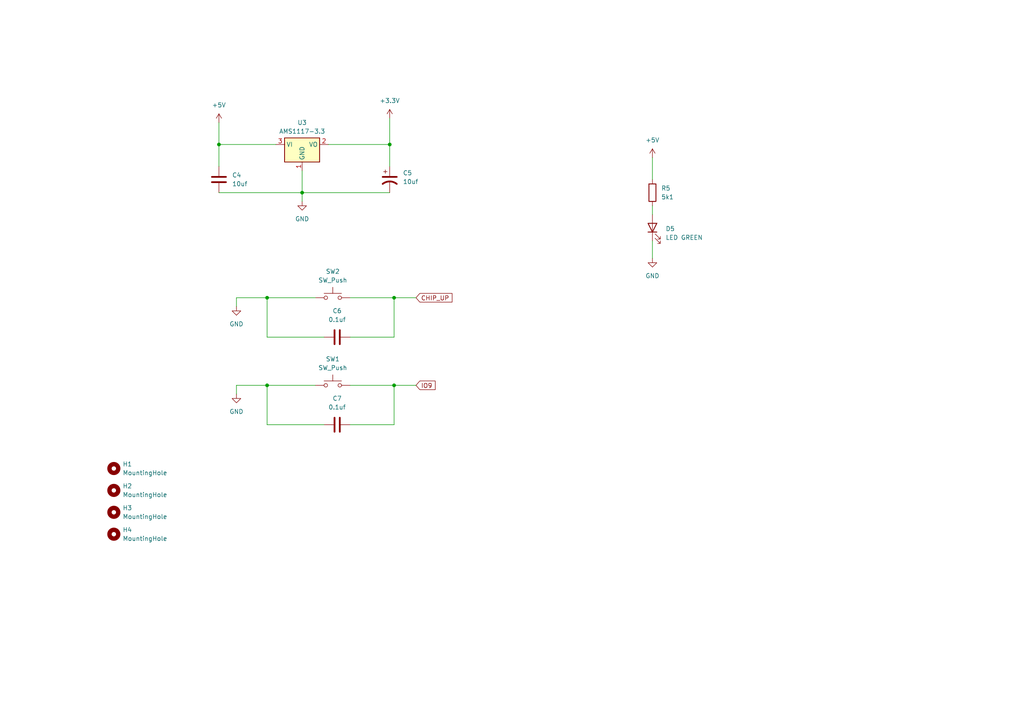
<source format=kicad_sch>
(kicad_sch (version 20230121) (generator eeschema)
  (paper "A4")
  (lib_symbols
    (symbol "Device:C" (pin_numbers hide) (pin_names (offset 0.254))
      (property "Reference" "C" (at 0.635 2.54 0))
      (property "Value" "C" (at 0.635 -2.54 0))
      (symbol "C_0_1"
        (polyline (pts (xy -2.032 -0.762) (xy 2.032 -0.762)) (stroke (width 0.508)))
        (polyline (pts (xy -2.032 0.762) (xy 2.032 0.762)) (stroke (width 0.508)))
      )
      (symbol "C_1_1"
        (pin passive line (at 0 3.81 270) (length 2.794) (name "~") (number "1"))
        (pin passive line (at 0 -3.81 90) (length 2.794) (name "~") (number "2"))
      )
    )
    (symbol "Device:C_Polarized_US" (pin_numbers hide) (pin_names (offset 0.254) hide)
      (property "Reference" "C" (at 0.635 2.54 0))
      (property "Value" "C_Polarized_US" (at 0.635 -2.54 0))
      (symbol "C_Polarized_US_0_1"
        (polyline (pts (xy -2.032 0.762) (xy 2.032 0.762)) (stroke (width 0.508)))
        (polyline (pts (xy -1.778 2.286) (xy -0.762 2.286)))
        (polyline (pts (xy -1.27 1.778) (xy -1.27 2.794)))
        (arc (start 2.032 -1.27) (mid 0 -0.5572) (end -2.032 -1.27) (stroke (width 0.508)))
      )
      (symbol "C_Polarized_US_1_1"
        (pin passive line (at 0 3.81 270) (length 2.794) (name "~") (number "1"))
        (pin passive line (at 0 -3.81 90) (length 3.302) (name "~") (number "2"))
      )
    )
    (symbol "Device:LED" (pin_numbers hide) (pin_names (offset 1.016) hide)
      (property "Reference" "D" (at 0 2.54 0))
      (property "Value" "LED" (at 0 -2.54 0))
      (symbol "LED_0_1"
        (polyline (pts (xy -1.27 -1.27) (xy -1.27 1.27)) (stroke (width 0.254)))
        (polyline (pts (xy -1.27 0) (xy 1.27 0)))
        (polyline (pts (xy 1.27 -1.27) (xy 1.27 1.27) (xy -1.27 0) (xy 1.27 -1.27)) (stroke (width 0.254)))
        (polyline (pts (xy -3.048 -0.762) (xy -4.572 -2.286) (xy -3.81 -2.286) (xy -4.572 -2.286) (xy -4.572 -1.524)))
        (polyline (pts (xy -1.778 -0.762) (xy -3.302 -2.286) (xy -2.54 -2.286) (xy -3.302 -2.286) (xy -3.302 -1.524)))
      )
      (symbol "LED_1_1"
        (pin passive line (at -3.81 0 0) (length 2.54) (name "K") (number "1"))
        (pin passive line (at 3.81 0 180) (length 2.54) (name "A") (number "2"))
      )
    )
    (symbol "Device:R" (pin_numbers hide) (pin_names (offset 0))
      (property "Reference" "R" (at 2.032 0 90))
      (property "Value" "R" (at 0 0 90))
      (symbol "R_0_1"
        (rectangle (start -1.016 -2.54) (end 1.016 2.54) (stroke (width 0.254)))
      )
      (symbol "R_1_1"
        (pin passive line (at 0 3.81 270) (length 1.27) (name "~") (number "1"))
        (pin passive line (at 0 -3.81 90) (length 1.27) (name "~") (number "2"))
      )
    )
    (symbol "Mechanical:MountingHole" (pin_names (offset 1.016))
      (property "Reference" "H" (at 0 5.08 0))
      (property "Value" "MountingHole" (at 0 3.175 0))
      (symbol "MountingHole_0_1"
        (circle (center 0 0) (radius 1.27) (stroke (width 1.27)))
      )
    )
    (symbol "Regulator_Linear:AMS1117-3.3"
      (property "Reference" "U" (at -3.81 3.175 0))
      (property "Value" "AMS1117-3.3" (at 0 3.175 0))
      (symbol "AMS1117-3.3_0_1"
        (rectangle (start -5.08 -5.08) (end 5.08 1.905) (stroke (width 0.254)) (fill (type background)))
      )
      (symbol "AMS1117-3.3_1_1"
        (pin power_in line (at 0 -7.62 90) (length 2.54) (name "GND") (number "1"))
        (pin power_out line (at 7.62 0 180) (length 2.54) (name "VO") (number "2"))
        (pin power_in line (at -7.62 0 0) (length 2.54) (name "VI") (number "3"))
      )
    )
    (symbol "Switch:SW_Push" (pin_numbers hide) (pin_names (offset 1.016) hide)
      (property "Reference" "SW" (at 1.27 2.54 0))
      (property "Value" "SW_Push" (at 0 -1.524 0))
      (symbol "SW_Push_0_1"
        (circle (center -2.032 0) (radius 0.508))
        (polyline (pts (xy 0 1.27) (xy 0 3.048)))
        (polyline (pts (xy 2.54 1.27) (xy -2.54 1.27)))
        (circle (center 2.032 0) (radius 0.508))
        (pin passive line (at -5.08 0 0) (length 2.54) (name "1") (number "1"))
        (pin passive line (at 5.08 0 180) (length 2.54) (name "2") (number "2"))
      )
    )
    (symbol "power:+3.3V" (power) (pin_names (offset 0))
      (property "Value" "+3.3V" (at 0 3.556 0))
      (symbol "+3.3V_0_1"
        (polyline (pts (xy -0.762 1.27) (xy 0 2.54)))
        (polyline (pts (xy 0 0) (xy 0 2.54)))
        (polyline (pts (xy 0 2.54) (xy 0.762 1.27)))
      )
      (symbol "+3.3V_1_1"
        (pin power_in line (at 0 0 90) (length 0) hide (name "+3.3V") (number "1"))
      )
    )
    (symbol "power:+5V" (power) (pin_names (offset 0))
      (property "Value" "+5V" (at 0 3.556 0))
      (symbol "+5V_0_1"
        (polyline (pts (xy -0.762 1.27) (xy 0 2.54)))
        (polyline (pts (xy 0 0) (xy 0 2.54)))
        (polyline (pts (xy 0 2.54) (xy 0.762 1.27)))
      )
      (symbol "+5V_1_1"
        (pin power_in line (at 0 0 90) (length 0) hide (name "+5V") (number "1"))
      )
    )
    (symbol "power:GND" (power) (pin_names (offset 0))
      (property "Value" "GND" (at 0 -3.81 0))
      (symbol "GND_0_1"
        (polyline (pts (xy 0 0) (xy 0 -1.27) (xy 1.27 -1.27) (xy 0 -2.54) (xy -1.27 -1.27) (xy 0 -1.27)))
      )
      (symbol "GND_1_1"
        (pin power_in line (at 0 0 270) (length 0) hide (name "GND") (number "1"))
      )
    )
  )
  (junction (at 77.47 111.76))
  (junction (at 87.63 55.88))
  (junction (at 113.03 41.91))
  (junction (at 114.3 111.76))
  (junction (at 114.3 86.36))
  (junction (at 63.5 41.91))
  (junction (at 77.47 86.36))
  (wire (pts (xy 87.63 55.88) (xy 87.63 58.42)))
  (wire (pts (xy 189.23 69.85) (xy 189.23 74.93)))
  (wire (pts (xy 91.44 86.36) (xy 77.47 86.36)))
  (wire (pts (xy 113.03 41.91) (xy 113.03 48.26)))
  (wire (pts (xy 101.6 123.19) (xy 114.3 123.19)))
  (wire (pts (xy 91.44 111.76) (xy 77.47 111.76)))
  (wire (pts (xy 77.47 111.76) (xy 68.58 111.76)))
  (wire (pts (xy 68.58 86.36) (xy 68.58 88.9)))
  (wire (pts (xy 101.6 111.76) (xy 114.3 111.76)))
  (wire (pts (xy 87.63 49.53) (xy 87.63 55.88)))
  (wire (pts (xy 114.3 86.36) (xy 120.65 86.36)))
  (wire (pts (xy 63.5 55.88) (xy 87.63 55.88)))
  (wire (pts (xy 77.47 97.79) (xy 77.47 86.36)))
  (wire (pts (xy 68.58 111.76) (xy 68.58 114.3)))
  (wire (pts (xy 63.5 35.56) (xy 63.5 41.91)))
  (wire (pts (xy 93.98 123.19) (xy 77.47 123.19)))
  (wire (pts (xy 95.25 41.91) (xy 113.03 41.91)))
  (wire (pts (xy 113.03 34.29) (xy 113.03 41.91)))
  (wire (pts (xy 101.6 86.36) (xy 114.3 86.36)))
  (wire (pts (xy 77.47 123.19) (xy 77.47 111.76)))
  (wire (pts (xy 63.5 41.91) (xy 80.01 41.91)))
  (wire (pts (xy 114.3 97.79) (xy 114.3 86.36)))
  (wire (pts (xy 63.5 48.26) (xy 63.5 41.91)))
  (wire (pts (xy 87.63 55.88) (xy 113.03 55.88)))
  (wire (pts (xy 93.98 97.79) (xy 77.47 97.79)))
  (wire (pts (xy 114.3 123.19) (xy 114.3 111.76)))
  (wire (pts (xy 77.47 86.36) (xy 68.58 86.36)))
  (wire (pts (xy 101.6 97.79) (xy 114.3 97.79)))
  (wire (pts (xy 189.23 59.69) (xy 189.23 62.23)))
  (wire (pts (xy 189.23 45.72) (xy 189.23 52.07)))
  (wire (pts (xy 114.3 111.76) (xy 120.65 111.76)))
  (global_label "IO9" (shape input) (at 120.65 111.76 0) (property "Intersheetrefs" "${INTERSHEET_REFS}" (effects hide)))
  (global_label "CHIP_UP" (shape input) (at 120.65 86.36 0) (property "Intersheetrefs" "${INTERSHEET_REFS}" (effects hide)))
  (symbol (lib_id "Mechanical:MountingHole") (at 33.02 135.89 0) (unit 1)
    (property "Reference" "H1" (at 35.56 134.62 0) (effects (justify left)))
    (property "Value" "MountingHole" (at 35.56 137.16 0) (effects (justify left)))
    (property "Footprint" "MountingHole:MountingHole_3mm" (effects hide))
  )
  (symbol (lib_id "Device:C") (at 63.5 52.07 0) (unit 1)
    (property "Reference" "C4" (at 67.31 50.8 0) (effects (justify left)))
    (property "Value" "10uf" (at 67.31 53.34 0) (effects (justify left)))
    (property "Footprint" "Capacitor_SMD:C_0805_2012Metric" (effects hide))
  )
  (symbol (lib_id "power:GND") (at 87.63 58.42 0) (unit 1)
    (property "Reference" "#PWR09" (effects hide))
    (property "Value" "GND" (at 87.63 63.5 0))
  )
  (symbol (lib_id "Switch:SW_Push") (at 96.52 86.36 0) (unit 1)
    (property "Reference" "SW2" (at 96.52 78.74 0))
    (property "Value" "SW_Push" (at 96.52 81.28 0))
    (property "Footprint" "Button_Switch_SMD:SW_SPST_TL3305A" (effects hide))
  )
  (symbol (lib_id "power:+5V") (at 189.23 45.72 0) (unit 1)
    (property "Reference" "#PWR016" (effects hide))
    (property "Value" "+5V" (at 189.23 40.64 0))
  )
  (symbol (lib_id "Mechanical:MountingHole") (at 33.02 142.24 0) (unit 1)
    (property "Reference" "H2" (at 35.56 140.97 0) (effects (justify left)))
    (property "Value" "MountingHole" (at 35.56 143.51 0) (effects (justify left)))
    (property "Footprint" "MountingHole:MountingHole_3mm" (effects hide))
  )
  (symbol (lib_id "Device:C_Polarized_US") (at 113.03 52.07 0) (unit 1)
    (property "Reference" "C5" (at 116.84 50.165 0) (effects (justify left)))
    (property "Value" "10uf" (at 116.84 52.705 0) (effects (justify left)))
    (property "Footprint" "Capacitor_SMD:C_0805_2012Metric" (effects hide))
  )
  (symbol (lib_id "Mechanical:MountingHole") (at 33.02 154.94 0) (unit 1)
    (property "Reference" "H4" (at 35.56 153.67 0) (effects (justify left)))
    (property "Value" "MountingHole" (at 35.56 156.21 0) (effects (justify left)))
    (property "Footprint" "MountingHole:MountingHole_3mm" (effects hide))
  )
  (symbol (lib_id "power:+3.3V") (at 113.03 34.29 0) (unit 1)
    (property "Reference" "#PWR013" (effects hide))
    (property "Value" "+3.3V" (at 113.03 29.21 0))
  )
  (symbol (lib_id "Device:R") (at 189.23 55.88 0) (unit 1)
    (property "Reference" "R5" (at 191.77 54.61 0) (effects (justify left)))
    (property "Value" "5k1" (at 191.77 57.15 0) (effects (justify left)))
    (property "Footprint" "Resistor_SMD:R_0805_2012Metric" (effects hide))
  )
  (symbol (lib_id "power:+5V") (at 63.5 35.56 0) (unit 1)
    (property "Reference" "#PWR011" (effects hide))
    (property "Value" "+5V" (at 63.5 30.48 0))
  )
  (symbol (lib_id "Device:C") (at 97.79 123.19 90) (unit 1)
    (property "Reference" "C7" (at 97.79 115.57 90))
    (property "Value" "0.1uf" (at 97.79 118.11 90))
    (property "Footprint" "Capacitor_SMD:C_0805_2012Metric" (effects hide))
  )
  (symbol (lib_id "power:GND") (at 68.58 114.3 0) (unit 1)
    (property "Reference" "#PWR014" (effects hide))
    (property "Value" "GND" (at 68.58 119.38 0))
  )
  (symbol (lib_id "Device:LED") (at 189.23 66.04 90) (unit 1)
    (property "Reference" "D5" (at 193.04 66.3575 90) (effects (justify right)))
    (property "Value" "LED GREEN" (at 193.04 68.8975 90) (effects (justify right)))
    (property "Footprint" "LED_SMD:LED_0805_2012Metric" (effects hide))
  )
  (symbol (lib_id "power:GND") (at 189.23 74.93 0) (unit 1)
    (property "Reference" "#PWR017" (effects hide))
    (property "Value" "GND" (at 189.23 80.01 0))
  )
  (symbol (lib_id "power:GND") (at 68.58 88.9 0) (unit 1)
    (property "Reference" "#PWR015" (effects hide))
    (property "Value" "GND" (at 68.58 93.98 0))
  )
  (symbol (lib_id "Switch:SW_Push") (at 96.52 111.76 0) (unit 1)
    (property "Reference" "SW1" (at 96.52 104.14 0))
    (property "Value" "SW_Push" (at 96.52 106.68 0))
    (property "Footprint" "Button_Switch_SMD:SW_SPST_TL3305A" (effects hide))
  )
  (symbol (lib_id "Device:C") (at 97.79 97.79 90) (unit 1)
    (property "Reference" "C6" (at 97.79 90.17 90))
    (property "Value" "0.1uf" (at 97.79 92.71 90))
    (property "Footprint" "Capacitor_SMD:C_0805_2012Metric" (effects hide))
  )
  (symbol (lib_id "Mechanical:MountingHole") (at 33.02 148.59 0) (unit 1)
    (property "Reference" "H3" (at 35.56 147.32 0) (effects (justify left)))
    (property "Value" "MountingHole" (at 35.56 149.86 0) (effects (justify left)))
    (property "Footprint" "MountingHole:MountingHole_3mm" (effects hide))
  )
  (symbol (lib_id "Regulator_Linear:AMS1117-3.3") (at 87.63 41.91 0) (unit 1)
    (property "Reference" "U3" (at 87.63 35.56 0))
    (property "Value" "AMS1117-3.3" (at 87.63 38.1 0))
    (property "Footprint" "Package_TO_SOT_SMD:SOT-223-3_TabPin2" (effects hide))
    (property "Datasheet" "https://jlcpcb.com/partdetail/HX_hengjiaxing-AMS1117_33/C5181460#:~:text=Datasheet-,Download,-Source" (effects hide))
  )
)
</source>
